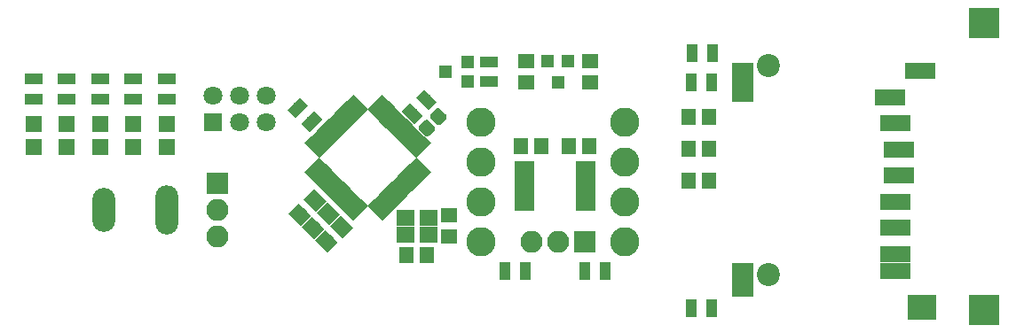
<source format=gbr>
G04 #@! TF.GenerationSoftware,KiCad,Pcbnew,5.0.0-fee4fd1~66~ubuntu14.04.1*
G04 #@! TF.CreationDate,2018-10-03T23:45:46-07:00*
G04 #@! TF.ProjectId,SD_card_dev,53445F636172645F6465762E6B696361,rev?*
G04 #@! TF.SameCoordinates,Original*
G04 #@! TF.FileFunction,Soldermask,Top*
G04 #@! TF.FilePolarity,Negative*
%FSLAX46Y46*%
G04 Gerber Fmt 4.6, Leading zero omitted, Abs format (unit mm)*
G04 Created by KiCad (PCBNEW 5.0.0-fee4fd1~66~ubuntu14.04.1) date Wed Oct  3 23:45:46 2018*
%MOMM*%
%LPD*%
G01*
G04 APERTURE LIST*
%ADD10R,1.400000X1.650000*%
%ADD11O,2.200000X4.200000*%
%ADD12O,2.200000X4.700000*%
%ADD13R,1.650000X1.400000*%
%ADD14C,1.400000*%
%ADD15C,0.100000*%
%ADD16C,1.275000*%
%ADD17R,1.600000X1.600000*%
%ADD18C,1.800000*%
%ADD19R,1.800000X1.800000*%
%ADD20R,2.100000X2.100000*%
%ADD21O,2.100000X2.100000*%
%ADD22R,3.000000X2.900000*%
%ADD23C,2.200000*%
%ADD24R,2.100000X3.700000*%
%ADD25R,2.700000X2.350000*%
%ADD26R,2.100000X3.200000*%
%ADD27R,2.900000X1.500000*%
%ADD28R,1.300000X1.200000*%
%ADD29C,1.100000*%
%ADD30R,1.700000X1.100000*%
%ADD31R,1.100000X1.700000*%
%ADD32C,2.800000*%
%ADD33R,1.200000X1.300000*%
%ADD34C,0.950000*%
%ADD35R,1.850000X0.850000*%
%ADD36R,1.800000X1.600000*%
G04 APERTURE END LIST*
D10*
G04 #@! TO.C,C8*
X107426000Y-109220000D03*
X105426000Y-109220000D03*
G04 #@! TD*
D11*
G04 #@! TO.C,J1*
X76550000Y-104902000D03*
D12*
X82550000Y-104902000D03*
G04 #@! TD*
D13*
G04 #@! TO.C,C1*
X116840000Y-92694000D03*
X116840000Y-90694000D03*
G04 #@! TD*
G04 #@! TO.C,C2*
X122936000Y-92694000D03*
X122936000Y-90694000D03*
G04 #@! TD*
D14*
G04 #@! TO.C,C3*
X95304893Y-105355107D03*
D15*
G36*
X95216505Y-104276769D02*
X96383231Y-105443495D01*
X95393281Y-106433445D01*
X94226555Y-105266719D01*
X95216505Y-104276769D01*
X95216505Y-104276769D01*
G37*
D14*
X96719107Y-103940893D03*
D15*
G36*
X96630719Y-102862555D02*
X97797445Y-104029281D01*
X96807495Y-105019231D01*
X95640769Y-103852505D01*
X96630719Y-102862555D01*
X96630719Y-102862555D01*
G37*
G04 #@! TD*
D14*
G04 #@! TO.C,C4*
X96574893Y-106625107D03*
D15*
G36*
X96486505Y-105546769D02*
X97653231Y-106713495D01*
X96663281Y-107703445D01*
X95496555Y-106536719D01*
X96486505Y-105546769D01*
X96486505Y-105546769D01*
G37*
D14*
X97989107Y-105210893D03*
D15*
G36*
X97900719Y-104132555D02*
X99067445Y-105299281D01*
X98077495Y-106289231D01*
X96910769Y-105122505D01*
X97900719Y-104132555D01*
X97900719Y-104132555D01*
G37*
G04 #@! TD*
D14*
G04 #@! TO.C,C5*
X97844893Y-107895107D03*
D15*
G36*
X97756505Y-106816769D02*
X98923231Y-107983495D01*
X97933281Y-108973445D01*
X96766555Y-107806719D01*
X97756505Y-106816769D01*
X97756505Y-106816769D01*
G37*
D14*
X99259107Y-106480893D03*
D15*
G36*
X99170719Y-105402555D02*
X100337445Y-106569281D01*
X99347495Y-107559231D01*
X98180769Y-106392505D01*
X99170719Y-105402555D01*
X99170719Y-105402555D01*
G37*
G04 #@! TD*
G04 #@! TO.C,C6*
G36*
X108511573Y-95168641D02*
X108542515Y-95173231D01*
X108572858Y-95180831D01*
X108602310Y-95191369D01*
X108630588Y-95204744D01*
X108657418Y-95220825D01*
X108682543Y-95239459D01*
X108705720Y-95260466D01*
X109209534Y-95764280D01*
X109230541Y-95787457D01*
X109249175Y-95812582D01*
X109265256Y-95839412D01*
X109278631Y-95867690D01*
X109289169Y-95897142D01*
X109296769Y-95927485D01*
X109301359Y-95958427D01*
X109302894Y-95989670D01*
X109301359Y-96020913D01*
X109296769Y-96051855D01*
X109289169Y-96082198D01*
X109278631Y-96111650D01*
X109265256Y-96139928D01*
X109249175Y-96166758D01*
X109230541Y-96191883D01*
X109209534Y-96215060D01*
X108758754Y-96665840D01*
X108735577Y-96686847D01*
X108710452Y-96705481D01*
X108683622Y-96721562D01*
X108655344Y-96734937D01*
X108625892Y-96745475D01*
X108595549Y-96753075D01*
X108564607Y-96757665D01*
X108533364Y-96759200D01*
X108502121Y-96757665D01*
X108471179Y-96753075D01*
X108440836Y-96745475D01*
X108411384Y-96734937D01*
X108383106Y-96721562D01*
X108356276Y-96705481D01*
X108331151Y-96686847D01*
X108307974Y-96665840D01*
X107804160Y-96162026D01*
X107783153Y-96138849D01*
X107764519Y-96113724D01*
X107748438Y-96086894D01*
X107735063Y-96058616D01*
X107724525Y-96029164D01*
X107716925Y-95998821D01*
X107712335Y-95967879D01*
X107710800Y-95936636D01*
X107712335Y-95905393D01*
X107716925Y-95874451D01*
X107724525Y-95844108D01*
X107735063Y-95814656D01*
X107748438Y-95786378D01*
X107764519Y-95759548D01*
X107783153Y-95734423D01*
X107804160Y-95711246D01*
X108254940Y-95260466D01*
X108278117Y-95239459D01*
X108303242Y-95220825D01*
X108330072Y-95204744D01*
X108358350Y-95191369D01*
X108387802Y-95180831D01*
X108418145Y-95173231D01*
X108449087Y-95168641D01*
X108480330Y-95167106D01*
X108511573Y-95168641D01*
X108511573Y-95168641D01*
G37*
D16*
X108506847Y-95963153D03*
D15*
G36*
X107397879Y-96282335D02*
X107428821Y-96286925D01*
X107459164Y-96294525D01*
X107488616Y-96305063D01*
X107516894Y-96318438D01*
X107543724Y-96334519D01*
X107568849Y-96353153D01*
X107592026Y-96374160D01*
X108095840Y-96877974D01*
X108116847Y-96901151D01*
X108135481Y-96926276D01*
X108151562Y-96953106D01*
X108164937Y-96981384D01*
X108175475Y-97010836D01*
X108183075Y-97041179D01*
X108187665Y-97072121D01*
X108189200Y-97103364D01*
X108187665Y-97134607D01*
X108183075Y-97165549D01*
X108175475Y-97195892D01*
X108164937Y-97225344D01*
X108151562Y-97253622D01*
X108135481Y-97280452D01*
X108116847Y-97305577D01*
X108095840Y-97328754D01*
X107645060Y-97779534D01*
X107621883Y-97800541D01*
X107596758Y-97819175D01*
X107569928Y-97835256D01*
X107541650Y-97848631D01*
X107512198Y-97859169D01*
X107481855Y-97866769D01*
X107450913Y-97871359D01*
X107419670Y-97872894D01*
X107388427Y-97871359D01*
X107357485Y-97866769D01*
X107327142Y-97859169D01*
X107297690Y-97848631D01*
X107269412Y-97835256D01*
X107242582Y-97819175D01*
X107217457Y-97800541D01*
X107194280Y-97779534D01*
X106690466Y-97275720D01*
X106669459Y-97252543D01*
X106650825Y-97227418D01*
X106634744Y-97200588D01*
X106621369Y-97172310D01*
X106610831Y-97142858D01*
X106603231Y-97112515D01*
X106598641Y-97081573D01*
X106597106Y-97050330D01*
X106598641Y-97019087D01*
X106603231Y-96988145D01*
X106610831Y-96957802D01*
X106621369Y-96928350D01*
X106634744Y-96900072D01*
X106650825Y-96873242D01*
X106669459Y-96848117D01*
X106690466Y-96824940D01*
X107141246Y-96374160D01*
X107164423Y-96353153D01*
X107189548Y-96334519D01*
X107216378Y-96318438D01*
X107244656Y-96305063D01*
X107274108Y-96294525D01*
X107304451Y-96286925D01*
X107335393Y-96282335D01*
X107366636Y-96280800D01*
X107397879Y-96282335D01*
X107397879Y-96282335D01*
G37*
D16*
X107393153Y-97076847D03*
G04 #@! TD*
D13*
G04 #@! TO.C,C7*
X109474000Y-107426000D03*
X109474000Y-105426000D03*
G04 #@! TD*
D10*
G04 #@! TO.C,C9*
X118348000Y-98806000D03*
X116348000Y-98806000D03*
G04 #@! TD*
G04 #@! TO.C,C10*
X120920000Y-98806000D03*
X122920000Y-98806000D03*
G04 #@! TD*
D17*
G04 #@! TO.C,D1*
X76200000Y-98890000D03*
X76200000Y-96690000D03*
G04 #@! TD*
G04 #@! TO.C,D2*
X79375000Y-98890000D03*
X79375000Y-96690000D03*
G04 #@! TD*
G04 #@! TO.C,D3*
X82550000Y-98890000D03*
X82550000Y-96690000D03*
G04 #@! TD*
G04 #@! TO.C,D4*
X69850000Y-98890000D03*
X69850000Y-96690000D03*
G04 #@! TD*
G04 #@! TO.C,D5*
X73025000Y-98890000D03*
X73025000Y-96690000D03*
G04 #@! TD*
D18*
G04 #@! TO.C,J2*
X92075000Y-93980000D03*
X92075000Y-96520000D03*
X89535000Y-93980000D03*
X89535000Y-96520000D03*
X86995000Y-93980000D03*
D19*
X86995000Y-96520000D03*
G04 #@! TD*
D20*
G04 #@! TO.C,J3*
X87376000Y-102362000D03*
D21*
X87376000Y-104902000D03*
X87376000Y-107442000D03*
G04 #@! TD*
D22*
G04 #@! TO.C,J4*
X160600000Y-87050000D03*
X160600000Y-114450000D03*
D23*
X140000000Y-111050000D03*
X140000000Y-91050000D03*
D24*
X137500000Y-92700000D03*
D25*
X154600000Y-114200000D03*
D26*
X137500000Y-111600000D03*
D27*
X154500000Y-91600000D03*
X152100000Y-110725000D03*
X152100000Y-109100000D03*
X152100000Y-106600000D03*
X152100000Y-104100000D03*
X152400000Y-101600000D03*
X152400000Y-99100000D03*
X152100000Y-96600000D03*
X151600000Y-94100000D03*
G04 #@! TD*
D20*
G04 #@! TO.C,J5*
X122428000Y-107950000D03*
D21*
X119888000Y-107950000D03*
X117348000Y-107950000D03*
G04 #@! TD*
D28*
G04 #@! TO.C,Q1*
X109186000Y-91694000D03*
X111286000Y-90744000D03*
X111286000Y-92644000D03*
G04 #@! TD*
D29*
G04 #@! TO.C,R1*
X106008249Y-95667751D03*
D15*
G36*
X105796117Y-94677802D02*
X106998198Y-95879883D01*
X106220381Y-96657700D01*
X105018300Y-95455619D01*
X105796117Y-94677802D01*
X105796117Y-94677802D01*
G37*
D29*
X107351751Y-94324249D03*
D15*
G36*
X107139619Y-93334300D02*
X108341700Y-94536381D01*
X107563883Y-95314198D01*
X106361802Y-94112117D01*
X107139619Y-93334300D01*
X107139619Y-93334300D01*
G37*
G04 #@! TD*
D29*
G04 #@! TO.C,R2*
X96429751Y-96429751D03*
D15*
G36*
X95439802Y-96641883D02*
X96641883Y-95439802D01*
X97419700Y-96217619D01*
X96217619Y-97419700D01*
X95439802Y-96641883D01*
X95439802Y-96641883D01*
G37*
D29*
X95086249Y-95086249D03*
D15*
G36*
X94096300Y-95298381D02*
X95298381Y-94096300D01*
X96076198Y-94874117D01*
X94874117Y-96076198D01*
X94096300Y-95298381D01*
X94096300Y-95298381D01*
G37*
G04 #@! TD*
D30*
G04 #@! TO.C,R3*
X76200000Y-94295000D03*
X76200000Y-92395000D03*
G04 #@! TD*
G04 #@! TO.C,R4*
X79375000Y-94295000D03*
X79375000Y-92395000D03*
G04 #@! TD*
D31*
G04 #@! TO.C,R5*
X132654000Y-114300000D03*
X134554000Y-114300000D03*
G04 #@! TD*
D30*
G04 #@! TO.C,R6*
X82550000Y-94295000D03*
X82550000Y-92395000D03*
G04 #@! TD*
D31*
G04 #@! TO.C,R7*
X132654000Y-92710000D03*
X134554000Y-92710000D03*
G04 #@! TD*
G04 #@! TO.C,R8*
X124394000Y-110744000D03*
X122494000Y-110744000D03*
G04 #@! TD*
G04 #@! TO.C,R9*
X114874000Y-110744000D03*
X116774000Y-110744000D03*
G04 #@! TD*
D30*
G04 #@! TO.C,R10*
X69850000Y-94295000D03*
X69850000Y-92395000D03*
G04 #@! TD*
G04 #@! TO.C,R11*
X73025000Y-94295000D03*
X73025000Y-92395000D03*
G04 #@! TD*
G04 #@! TO.C,R12*
X113284000Y-92644000D03*
X113284000Y-90744000D03*
G04 #@! TD*
D31*
G04 #@! TO.C,R13*
X132720000Y-89916000D03*
X134620000Y-89916000D03*
G04 #@! TD*
D32*
G04 #@! TO.C,MISO*
X112522000Y-100330000D03*
G04 #@! TD*
G04 #@! TO.C,CS*
X112522000Y-104140000D03*
G04 #@! TD*
G04 #@! TO.C,MOSI*
X112522000Y-107950000D03*
G04 #@! TD*
G04 #@! TO.C,SCK*
X112522000Y-96520000D03*
G04 #@! TD*
G04 #@! TO.C,CS*
X126238000Y-104140000D03*
G04 #@! TD*
G04 #@! TO.C,SCK*
X126238000Y-96520000D03*
G04 #@! TD*
G04 #@! TO.C,MISO*
X126238000Y-100330000D03*
G04 #@! TD*
G04 #@! TO.C,MOSI*
X126238000Y-107950000D03*
G04 #@! TD*
D33*
G04 #@! TO.C,U1*
X120838000Y-90694000D03*
X118938000Y-90694000D03*
X119888000Y-92694000D03*
G04 #@! TD*
D34*
G04 #@! TO.C,U2*
X96767480Y-98863685D03*
D15*
G36*
X97810463Y-99234916D02*
X97138711Y-99906668D01*
X95724497Y-98492454D01*
X96396249Y-97820702D01*
X97810463Y-99234916D01*
X97810463Y-99234916D01*
G37*
D34*
X97333166Y-98298000D03*
D15*
G36*
X98376149Y-98669231D02*
X97704397Y-99340983D01*
X96290183Y-97926769D01*
X96961935Y-97255017D01*
X98376149Y-98669231D01*
X98376149Y-98669231D01*
G37*
D34*
X97898851Y-97732314D03*
D15*
G36*
X98941834Y-98103545D02*
X98270082Y-98775297D01*
X96855868Y-97361083D01*
X97527620Y-96689331D01*
X98941834Y-98103545D01*
X98941834Y-98103545D01*
G37*
D34*
X98464536Y-97166629D03*
D15*
G36*
X99507519Y-97537860D02*
X98835767Y-98209612D01*
X97421553Y-96795398D01*
X98093305Y-96123646D01*
X99507519Y-97537860D01*
X99507519Y-97537860D01*
G37*
D34*
X99030222Y-96600943D03*
D15*
G36*
X100073205Y-96972174D02*
X99401453Y-97643926D01*
X97987239Y-96229712D01*
X98658991Y-95557960D01*
X100073205Y-96972174D01*
X100073205Y-96972174D01*
G37*
D34*
X99595907Y-96035258D03*
D15*
G36*
X100638890Y-96406489D02*
X99967138Y-97078241D01*
X98552924Y-95664027D01*
X99224676Y-94992275D01*
X100638890Y-96406489D01*
X100638890Y-96406489D01*
G37*
D34*
X100161593Y-95469573D03*
D15*
G36*
X101204576Y-95840804D02*
X100532824Y-96512556D01*
X99118610Y-95098342D01*
X99790362Y-94426590D01*
X101204576Y-95840804D01*
X101204576Y-95840804D01*
G37*
D34*
X100727278Y-94903887D03*
D15*
G36*
X101770261Y-95275118D02*
X101098509Y-95946870D01*
X99684295Y-94532656D01*
X100356047Y-93860904D01*
X101770261Y-95275118D01*
X101770261Y-95275118D01*
G37*
D34*
X102777888Y-94903887D03*
D15*
G36*
X102406657Y-95946870D02*
X101734905Y-95275118D01*
X103149119Y-93860904D01*
X103820871Y-94532656D01*
X102406657Y-95946870D01*
X102406657Y-95946870D01*
G37*
D34*
X103343573Y-95469573D03*
D15*
G36*
X102972342Y-96512556D02*
X102300590Y-95840804D01*
X103714804Y-94426590D01*
X104386556Y-95098342D01*
X102972342Y-96512556D01*
X102972342Y-96512556D01*
G37*
D34*
X103909259Y-96035258D03*
D15*
G36*
X103538028Y-97078241D02*
X102866276Y-96406489D01*
X104280490Y-94992275D01*
X104952242Y-95664027D01*
X103538028Y-97078241D01*
X103538028Y-97078241D01*
G37*
D34*
X104474944Y-96600943D03*
D15*
G36*
X104103713Y-97643926D02*
X103431961Y-96972174D01*
X104846175Y-95557960D01*
X105517927Y-96229712D01*
X104103713Y-97643926D01*
X104103713Y-97643926D01*
G37*
D34*
X105040630Y-97166629D03*
D15*
G36*
X104669399Y-98209612D02*
X103997647Y-97537860D01*
X105411861Y-96123646D01*
X106083613Y-96795398D01*
X104669399Y-98209612D01*
X104669399Y-98209612D01*
G37*
D34*
X105606315Y-97732314D03*
D15*
G36*
X105235084Y-98775297D02*
X104563332Y-98103545D01*
X105977546Y-96689331D01*
X106649298Y-97361083D01*
X105235084Y-98775297D01*
X105235084Y-98775297D01*
G37*
D34*
X106172000Y-98298000D03*
D15*
G36*
X105800769Y-99340983D02*
X105129017Y-98669231D01*
X106543231Y-97255017D01*
X107214983Y-97926769D01*
X105800769Y-99340983D01*
X105800769Y-99340983D01*
G37*
D34*
X106737686Y-98863685D03*
D15*
G36*
X106366455Y-99906668D02*
X105694703Y-99234916D01*
X107108917Y-97820702D01*
X107780669Y-98492454D01*
X106366455Y-99906668D01*
X106366455Y-99906668D01*
G37*
D34*
X106737686Y-100914295D03*
D15*
G36*
X107780669Y-101285526D02*
X107108917Y-101957278D01*
X105694703Y-100543064D01*
X106366455Y-99871312D01*
X107780669Y-101285526D01*
X107780669Y-101285526D01*
G37*
D34*
X106172000Y-101479980D03*
D15*
G36*
X107214983Y-101851211D02*
X106543231Y-102522963D01*
X105129017Y-101108749D01*
X105800769Y-100436997D01*
X107214983Y-101851211D01*
X107214983Y-101851211D01*
G37*
D34*
X105606315Y-102045666D03*
D15*
G36*
X106649298Y-102416897D02*
X105977546Y-103088649D01*
X104563332Y-101674435D01*
X105235084Y-101002683D01*
X106649298Y-102416897D01*
X106649298Y-102416897D01*
G37*
D34*
X105040630Y-102611351D03*
D15*
G36*
X106083613Y-102982582D02*
X105411861Y-103654334D01*
X103997647Y-102240120D01*
X104669399Y-101568368D01*
X106083613Y-102982582D01*
X106083613Y-102982582D01*
G37*
D34*
X104474944Y-103177037D03*
D15*
G36*
X105517927Y-103548268D02*
X104846175Y-104220020D01*
X103431961Y-102805806D01*
X104103713Y-102134054D01*
X105517927Y-103548268D01*
X105517927Y-103548268D01*
G37*
D34*
X103909259Y-103742722D03*
D15*
G36*
X104952242Y-104113953D02*
X104280490Y-104785705D01*
X102866276Y-103371491D01*
X103538028Y-102699739D01*
X104952242Y-104113953D01*
X104952242Y-104113953D01*
G37*
D34*
X103343573Y-104308407D03*
D15*
G36*
X104386556Y-104679638D02*
X103714804Y-105351390D01*
X102300590Y-103937176D01*
X102972342Y-103265424D01*
X104386556Y-104679638D01*
X104386556Y-104679638D01*
G37*
D34*
X102777888Y-104874093D03*
D15*
G36*
X103820871Y-105245324D02*
X103149119Y-105917076D01*
X101734905Y-104502862D01*
X102406657Y-103831110D01*
X103820871Y-105245324D01*
X103820871Y-105245324D01*
G37*
D34*
X100727278Y-104874093D03*
D15*
G36*
X100356047Y-105917076D02*
X99684295Y-105245324D01*
X101098509Y-103831110D01*
X101770261Y-104502862D01*
X100356047Y-105917076D01*
X100356047Y-105917076D01*
G37*
D34*
X100161593Y-104308407D03*
D15*
G36*
X99790362Y-105351390D02*
X99118610Y-104679638D01*
X100532824Y-103265424D01*
X101204576Y-103937176D01*
X99790362Y-105351390D01*
X99790362Y-105351390D01*
G37*
D34*
X99595907Y-103742722D03*
D15*
G36*
X99224676Y-104785705D02*
X98552924Y-104113953D01*
X99967138Y-102699739D01*
X100638890Y-103371491D01*
X99224676Y-104785705D01*
X99224676Y-104785705D01*
G37*
D34*
X99030222Y-103177037D03*
D15*
G36*
X98658991Y-104220020D02*
X97987239Y-103548268D01*
X99401453Y-102134054D01*
X100073205Y-102805806D01*
X98658991Y-104220020D01*
X98658991Y-104220020D01*
G37*
D34*
X98464536Y-102611351D03*
D15*
G36*
X98093305Y-103654334D02*
X97421553Y-102982582D01*
X98835767Y-101568368D01*
X99507519Y-102240120D01*
X98093305Y-103654334D01*
X98093305Y-103654334D01*
G37*
D34*
X97898851Y-102045666D03*
D15*
G36*
X97527620Y-103088649D02*
X96855868Y-102416897D01*
X98270082Y-101002683D01*
X98941834Y-101674435D01*
X97527620Y-103088649D01*
X97527620Y-103088649D01*
G37*
D34*
X97333166Y-101479980D03*
D15*
G36*
X96961935Y-102522963D02*
X96290183Y-101851211D01*
X97704397Y-100436997D01*
X98376149Y-101108749D01*
X96961935Y-102522963D01*
X96961935Y-102522963D01*
G37*
D34*
X96767480Y-100914295D03*
D15*
G36*
X96396249Y-101957278D02*
X95724497Y-101285526D01*
X97138711Y-99871312D01*
X97810463Y-100543064D01*
X96396249Y-101957278D01*
X96396249Y-101957278D01*
G37*
G04 #@! TD*
D35*
G04 #@! TO.C,U3*
X116684000Y-100666000D03*
X116684000Y-101316000D03*
X116684000Y-101966000D03*
X116684000Y-102616000D03*
X116684000Y-103266000D03*
X116684000Y-103916000D03*
X116684000Y-104566000D03*
X122584000Y-104566000D03*
X122584000Y-103916000D03*
X122584000Y-103266000D03*
X122584000Y-102616000D03*
X122584000Y-101966000D03*
X122584000Y-101316000D03*
X122584000Y-100666000D03*
G04 #@! TD*
D36*
G04 #@! TO.C,Y1*
X107526000Y-107226000D03*
X105326000Y-107226000D03*
X105326000Y-105626000D03*
X107526000Y-105626000D03*
G04 #@! TD*
D10*
G04 #@! TO.C,C11*
X134350000Y-102108000D03*
X132350000Y-102108000D03*
G04 #@! TD*
G04 #@! TO.C,C12*
X132350000Y-99060000D03*
X134350000Y-99060000D03*
G04 #@! TD*
G04 #@! TO.C,C13*
X134350000Y-96012000D03*
X132350000Y-96012000D03*
G04 #@! TD*
M02*

</source>
